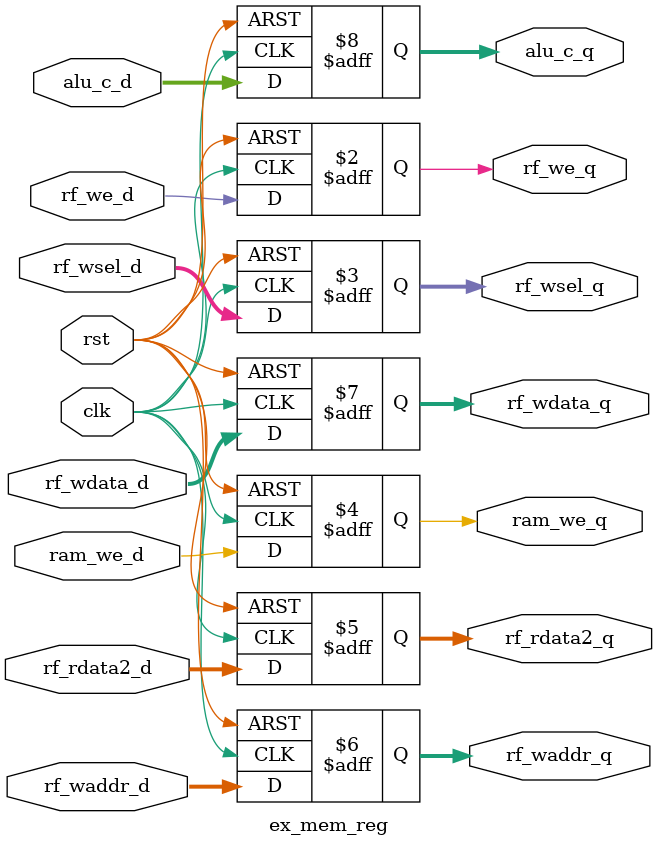
<source format=v>
`timescale 1ns / 1ps

module ex_mem_reg (
    input wire clk,
    input wire rst,
    
    input wire rf_we_d,
    input wire [1:0] rf_wsel_d,
    input wire ram_we_d,
    input wire [31:0] rf_rdata2_d,
    input wire [4:0] rf_waddr_d,
    input wire [31:0] rf_wdata_d,
    input wire [31:0] alu_c_d,

    output reg rf_we_q,
    output reg [1:0] rf_wsel_q,
    output reg ram_we_q,
    output reg [31:0] rf_rdata2_q,
    output reg [4:0] rf_waddr_q,
    output reg [31:0] rf_wdata_q,
    output reg [31:0] alu_c_q
);

    always @ (posedge clk or posedge rst) begin
        if (rst) begin
            rf_we_q <= 1'b0;
            rf_wsel_q <= 2'b0;
            ram_we_q <= 1'b0;
            rf_rdata2_q <= 32'b0;
            rf_waddr_q <= 5'b0;
            rf_wdata_q <= 32'b0;
            alu_c_q <= 32'b0;
        end else begin
            rf_we_q <= rf_we_d;
            rf_wsel_q <= rf_wsel_d;
            ram_we_q <= ram_we_d;
            rf_rdata2_q <= rf_rdata2_d;
            rf_waddr_q <= rf_waddr_d;
            rf_wdata_q <= rf_wdata_d;
            alu_c_q <= alu_c_d;
        end
    end

endmodule

</source>
